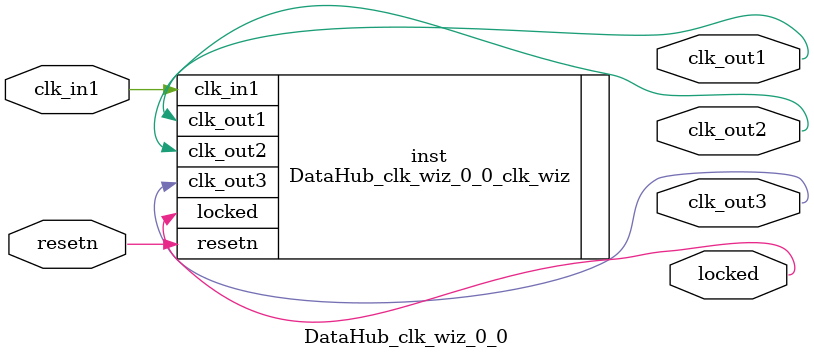
<source format=v>


`timescale 1ps/1ps

(* CORE_GENERATION_INFO = "DataHub_clk_wiz_0_0,clk_wiz_v5_4_3_0,{component_name=DataHub_clk_wiz_0_0,use_phase_alignment=true,use_min_o_jitter=false,use_max_i_jitter=false,use_dyn_phase_shift=false,use_inclk_switchover=false,use_dyn_reconfig=false,enable_axi=0,feedback_source=FDBK_AUTO,PRIMITIVE=MMCM,num_out_clk=3,clkin1_period=10.000,clkin2_period=10.000,use_power_down=false,use_reset=true,use_locked=true,use_inclk_stopped=false,feedback_type=SINGLE,CLOCK_MGR_TYPE=NA,manual_override=false}" *)

module DataHub_clk_wiz_0_0 
 (
  // Clock out ports
  output        clk_out1,
  output        clk_out2,
  output        clk_out3,
  // Status and control signals
  input         resetn,
  output        locked,
 // Clock in ports
  input         clk_in1
 );

  DataHub_clk_wiz_0_0_clk_wiz inst
  (
  // Clock out ports  
  .clk_out1(clk_out1),
  .clk_out2(clk_out2),
  .clk_out3(clk_out3),
  // Status and control signals               
  .resetn(resetn), 
  .locked(locked),
 // Clock in ports
  .clk_in1(clk_in1)
  );

endmodule

</source>
